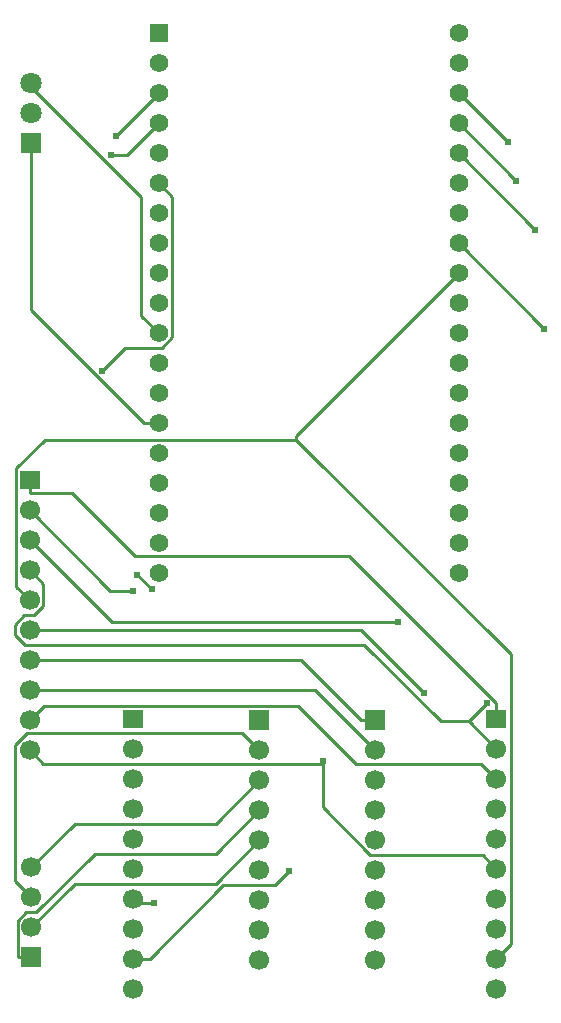
<source format=gbl>
G04 Layer: BottomLayer*
G04 EasyEDA v6.5.42, 2024-02-29 16:04:18*
G04 a77a6519c85945819b4ef728552386b2,10*
G04 Gerber Generator version 0.2*
G04 Scale: 100 percent, Rotated: No, Reflected: No *
G04 Dimensions in millimeters *
G04 leading zeros omitted , absolute positions ,4 integer and 5 decimal *
%FSLAX45Y45*%
%MOMM*%

%ADD10C,0.2540*%
%ADD11R,1.8000X1.8000*%
%ADD12C,1.8000*%
%ADD13R,1.7000X1.7000*%
%ADD14C,1.7000*%
%ADD15R,1.7000X1.5748*%
%ADD16C,1.5601*%
%ADD17R,1.5601X1.5601*%
%ADD18C,0.6096*%

%LPD*%
D10*
X4635502Y3873500D02*
G01*
X5362247Y3146755D01*
X4635502Y4889500D02*
G01*
X5124858Y4400143D01*
X4345256Y61290D02*
G01*
X3809646Y596900D01*
X1003302Y596900D01*
X1003302Y1612900D02*
G01*
X1685698Y930503D01*
X1879602Y930503D01*
X1016002Y-1663700D02*
G01*
X880874Y-1528571D01*
X880874Y-378155D01*
X980848Y-278180D01*
X2805483Y-278180D01*
X2946402Y-419100D01*
X1016002Y-2171700D02*
G01*
X903048Y-2171700D01*
X2946402Y-927100D02*
G01*
X2578102Y-1295400D01*
X1555930Y-1295400D01*
X1060630Y-1790700D01*
X975311Y-1790700D01*
X901905Y-1864105D01*
X901905Y-2170556D01*
X903048Y-2171700D01*
X1016002Y4724400D02*
G01*
X1016002Y3305022D01*
X1971525Y2349500D01*
X2095502Y2349500D01*
X2095502Y3111500D02*
G01*
X1947598Y3259404D01*
X1947598Y4261078D01*
X1016002Y5192674D01*
X1016002Y5232400D01*
X1016002Y-1409700D02*
G01*
X1384302Y-1041400D01*
X2578102Y-1041400D01*
X2946402Y-673100D01*
X1016002Y-1917700D02*
G01*
X1384302Y-1549400D01*
X2578102Y-1549400D01*
X2946402Y-1181100D01*
X4721684Y-175056D02*
G01*
X4953002Y-406400D01*
X1003302Y1104900D02*
G01*
X1117881Y990320D01*
X1117881Y797534D01*
X1044247Y723900D01*
X958750Y723900D01*
X878309Y643458D01*
X878309Y553135D01*
X961494Y469950D01*
X3837409Y469950D01*
X4482442Y-175082D01*
X4721659Y-175082D01*
X4721684Y-175056D01*
X4721684Y-175056D02*
G01*
X4874110Y-22631D01*
X1003302Y1866900D02*
G01*
X1003302Y1760194D01*
X4953002Y-152400D02*
G01*
X4953002Y-45694D01*
X4953002Y-45694D02*
G01*
X4953002Y-18669D01*
X3707589Y1226743D01*
X1899566Y1226743D01*
X1366116Y1760194D01*
X1003302Y1760194D01*
X3811348Y-165100D02*
G01*
X3303348Y342900D01*
X1003302Y342900D01*
X3924302Y-165100D02*
G01*
X3811348Y-165100D01*
X1003302Y88900D02*
G01*
X3416302Y88900D01*
X3924302Y-419100D01*
X1003302Y1358900D02*
G01*
X1699567Y662635D01*
X4121457Y662635D01*
X4635502Y4635500D02*
G01*
X5283126Y3987876D01*
X3200199Y-1445666D02*
G01*
X3083765Y-1562100D01*
X2642186Y-1562100D01*
X2019886Y-2184400D01*
X1879602Y-2184400D01*
X1003302Y850900D02*
G01*
X890247Y963955D01*
X890247Y1966315D01*
X1132283Y2208352D01*
X3258924Y2208352D01*
X4635502Y3619500D02*
G01*
X3258924Y2242921D01*
X3258924Y2208352D01*
X3258924Y2208352D02*
G01*
X5076294Y390982D01*
X5076294Y-2061108D01*
X4953002Y-2184400D01*
X2095502Y5143500D02*
G01*
X1734111Y4782108D01*
X2095502Y4889500D02*
G01*
X1828472Y4622469D01*
X1694538Y4622469D01*
X2095502Y4381500D02*
G01*
X2212113Y4264888D01*
X2212113Y3075609D01*
X2121004Y2984500D01*
X1807339Y2984500D01*
X1613334Y2790494D01*
X1879602Y-1676400D02*
G01*
X1920572Y-1717370D01*
X2055243Y-1717370D01*
X1913409Y1067511D02*
G01*
X2035939Y944981D01*
X1003302Y-165100D02*
G01*
X1122834Y-45567D01*
X3279142Y-45567D01*
X3766263Y-532688D01*
X4825291Y-532688D01*
X4953002Y-660400D01*
X4635502Y5143500D02*
G01*
X5049217Y4729784D01*
X1003302Y-419100D02*
G01*
X1116916Y-532714D01*
X3483155Y-532714D01*
X3491003Y-511505D02*
G01*
X3483155Y-519353D01*
X3483155Y-532714D01*
X3483155Y-532714D02*
G01*
X3483155Y-903452D01*
X3887802Y-1308100D01*
X4838702Y-1308100D01*
X4953002Y-1422400D01*
D11*
G01*
X1016000Y4724400D03*
D12*
G01*
X1016000Y4978400D03*
G01*
X1015997Y5232389D03*
D13*
G01*
X3924300Y-165100D03*
D14*
G01*
X3924300Y-419100D03*
G01*
X3924300Y-673100D03*
G01*
X3924292Y-927097D03*
G01*
X3924292Y-1181097D03*
G01*
X3924300Y-1435100D03*
G01*
X3924300Y-1689100D03*
G01*
X3924300Y-1943100D03*
G01*
X3924300Y-2197100D03*
D13*
G01*
X2946400Y-165100D03*
D14*
G01*
X2946400Y-419100D03*
G01*
X2946400Y-673100D03*
G01*
X2946400Y-927100D03*
G01*
X2946400Y-1181100D03*
G01*
X2946400Y-1435100D03*
G01*
X2946400Y-1689100D03*
G01*
X2946400Y-1943100D03*
G01*
X2946400Y-2197100D03*
G01*
X4953000Y-2438400D03*
G01*
X4953000Y-2184400D03*
G01*
X4953000Y-1930400D03*
G01*
X4953000Y-1676400D03*
G01*
X4953000Y-1422400D03*
G01*
X4953000Y-1168400D03*
G01*
X4953000Y-914400D03*
G01*
X4953000Y-660400D03*
G01*
X4953000Y-406400D03*
D15*
G01*
X4953000Y-152400D03*
D14*
G01*
X1879600Y-2438400D03*
G01*
X1879600Y-2184400D03*
G01*
X1879600Y-1930400D03*
G01*
X1879600Y-1676400D03*
G01*
X1879600Y-1422400D03*
G01*
X1879600Y-1168400D03*
G01*
X1879600Y-914400D03*
G01*
X1879600Y-660400D03*
G01*
X1879600Y-406400D03*
D15*
G01*
X1879600Y-152400D03*
D16*
G01*
X4635500Y1079500D03*
G01*
X4635500Y1333500D03*
G01*
X4635500Y1587500D03*
G01*
X4635500Y1841500D03*
G01*
X4635500Y2095500D03*
G01*
X4635500Y2349500D03*
G01*
X4635500Y2603500D03*
G01*
X4635500Y2857500D03*
G01*
X4635500Y3111500D03*
G01*
X4635500Y3365500D03*
G01*
X4635500Y3619500D03*
G01*
X4635500Y3873500D03*
G01*
X4635500Y4127500D03*
G01*
X4635500Y4381500D03*
G01*
X4635500Y4635500D03*
G01*
X4635500Y4889500D03*
G01*
X4635500Y5143500D03*
G01*
X4635500Y5397500D03*
G01*
X4635500Y5651500D03*
G01*
X2095500Y1333500D03*
G01*
X2095500Y1587500D03*
G01*
X2095500Y1841500D03*
G01*
X2095500Y2095500D03*
G01*
X2095500Y2349500D03*
G01*
X2095500Y2603500D03*
G01*
X2095500Y2857500D03*
G01*
X2095500Y3111500D03*
G01*
X2095500Y3365500D03*
G01*
X2095500Y3619500D03*
G01*
X2095500Y3873500D03*
G01*
X2095500Y4127500D03*
G01*
X2095500Y4381500D03*
G01*
X2095500Y4635500D03*
G01*
X2095500Y4889500D03*
G01*
X2095500Y5143500D03*
G01*
X2095500Y1079500D03*
G01*
X2095500Y5397500D03*
D17*
G01*
X2095500Y5651500D03*
D14*
G01*
X1003300Y-419100D03*
G01*
X1003300Y-165100D03*
G01*
X1003300Y88900D03*
G01*
X1003300Y342900D03*
G01*
X1003300Y596900D03*
G01*
X1003300Y850900D03*
G01*
X1003300Y1104900D03*
G01*
X1003300Y1358900D03*
G01*
X1003300Y1612900D03*
D15*
G01*
X1003300Y1866900D03*
D13*
G01*
X1016000Y-2171700D03*
D14*
G01*
X1016000Y-1917700D03*
G01*
X1016000Y-1663700D03*
G01*
X1016000Y-1409700D03*
D18*
G01*
X3491003Y-511505D03*
G01*
X5049217Y4729784D03*
G01*
X2055243Y-1717370D03*
G01*
X2035939Y944981D03*
G01*
X1913409Y1067511D03*
G01*
X1613334Y2790494D03*
G01*
X1694538Y4622469D03*
G01*
X1734111Y4782108D03*
G01*
X3200199Y-1445666D03*
G01*
X5283126Y3987876D03*
G01*
X4121457Y662635D03*
G01*
X4874110Y-22631D03*
G01*
X1879602Y930503D03*
G01*
X4345256Y61290D03*
G01*
X5124858Y4400143D03*
G01*
X5362247Y3146755D03*
M02*

</source>
